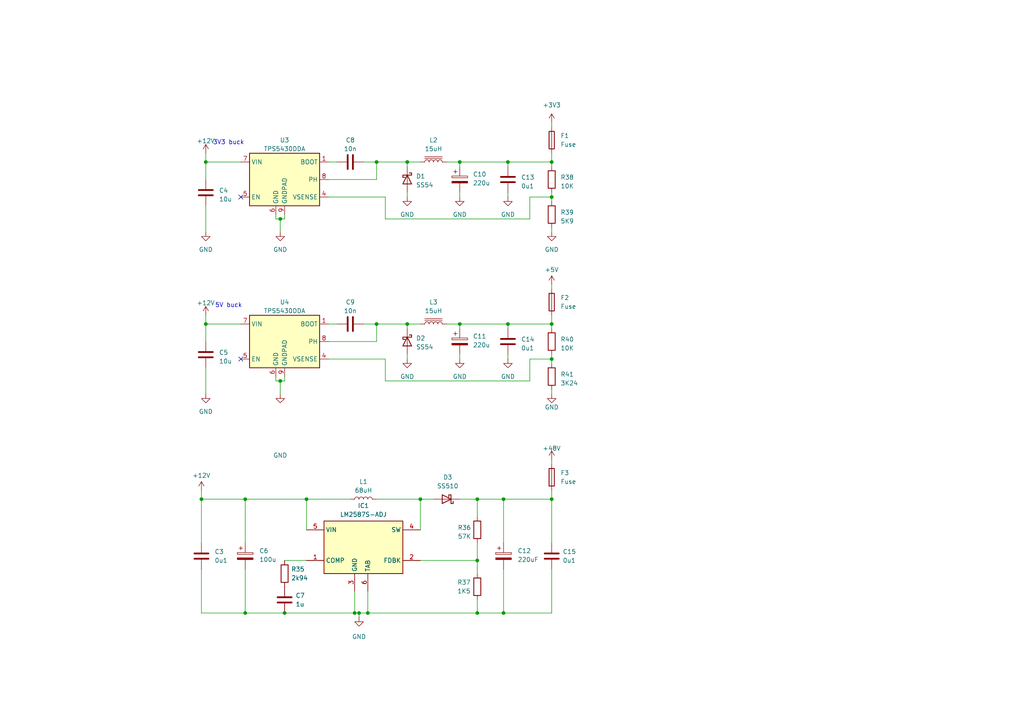
<source format=kicad_sch>
(kicad_sch (version 20231120) (generator "eeschema") (generator_version "8.0")
  (paper "A4")
  (lib_symbols
    (symbol "Device:C" (pin_numbers hide) (pin_names (offset 0.254))
      (property "Reference" "C" (at 0.635 2.54 0))
      (property "Value" "C" (at 0.635 -2.54 0))
      (symbol "C_0_1"
        (polyline (pts (xy -2.032 -0.762) (xy 2.032 -0.762)) (stroke (width 0.508)))
        (polyline (pts (xy -2.032 0.762) (xy 2.032 0.762)) (stroke (width 0.508)))
      )
      (symbol "C_1_1"
        (pin passive line (at 0 3.81 270) (length 2.794) (name "~") (number "1"))
        (pin passive line (at 0 -3.81 90) (length 2.794) (name "~") (number "2"))
      )
    )
    (symbol "Device:C_Polarized" (pin_numbers hide) (pin_names (offset 0.254))
      (property "Reference" "C" (at 0.635 2.54 0))
      (property "Value" "C_Polarized" (at 0.635 -2.54 0))
      (symbol "C_Polarized_0_1"
        (rectangle (start -2.286 0.508) (end 2.286 1.016))
        (polyline (pts (xy -1.778 2.286) (xy -0.762 2.286)))
        (polyline (pts (xy -1.27 2.794) (xy -1.27 1.778)))
        (rectangle (start 2.286 -0.508) (end -2.286 -1.016) (fill (type outline)))
      )
      (symbol "C_Polarized_1_1"
        (pin passive line (at 0 3.81 270) (length 2.794) (name "~") (number "1"))
        (pin passive line (at 0 -3.81 90) (length 2.794) (name "~") (number "2"))
      )
    )
    (symbol "Device:D_Schottky" (pin_numbers hide) (pin_names (offset 1.016) hide)
      (property "Reference" "D" (at 0 2.54 0))
      (property "Value" "D_Schottky" (at 0 -2.54 0))
      (symbol "D_Schottky_0_1"
        (polyline (pts (xy 1.27 0) (xy -1.27 0)))
        (polyline (pts (xy 1.27 1.27) (xy 1.27 -1.27) (xy -1.27 0) (xy 1.27 1.27)) (stroke (width 0.254)))
        (polyline (pts (xy -1.905 0.635) (xy -1.905 1.27) (xy -1.27 1.27) (xy -1.27 -1.27) (xy -0.635 -1.27) (xy -0.635 -0.635)) (stroke (width 0.254)))
      )
      (symbol "D_Schottky_1_1"
        (pin passive line (at -3.81 0 0) (length 2.54) (name "K") (number "1"))
        (pin passive line (at 3.81 0 180) (length 2.54) (name "A") (number "2"))
      )
    )
    (symbol "Device:Fuse" (pin_numbers hide) (pin_names (offset 0))
      (property "Reference" "F" (at 2.032 0 90))
      (property "Value" "Fuse" (at -1.905 0 90))
      (symbol "Fuse_0_1"
        (rectangle (start -0.762 -2.54) (end 0.762 2.54) (stroke (width 0.254)))
        (polyline (pts (xy 0 2.54) (xy 0 -2.54)))
      )
      (symbol "Fuse_1_1"
        (pin passive line (at 0 3.81 270) (length 1.27) (name "~") (number "1"))
        (pin passive line (at 0 -3.81 90) (length 1.27) (name "~") (number "2"))
      )
    )
    (symbol "Device:L" (pin_numbers hide) (pin_names (offset 1.016) hide)
      (property "Reference" "L" (at -1.27 0 90))
      (property "Value" "L" (at 1.905 0 90))
      (symbol "L_0_1"
        (arc (start 0 -2.54) (mid 0.6323 -1.905) (end 0 -1.27))
        (arc (start 0 -1.27) (mid 0.6323 -0.635) (end 0 0))
        (arc (start 0 0) (mid 0.6323 0.635) (end 0 1.27))
        (arc (start 0 1.27) (mid 0.6323 1.905) (end 0 2.54))
      )
      (symbol "L_1_1"
        (pin passive line (at 0 3.81 270) (length 1.27) (name "1") (number "1"))
        (pin passive line (at 0 -3.81 90) (length 1.27) (name "2") (number "2"))
      )
    )
    (symbol "Device:L_Iron" (pin_numbers hide) (pin_names (offset 1.016) hide)
      (property "Reference" "L" (at -1.27 0 90))
      (property "Value" "L_Iron" (at 2.794 0 90))
      (symbol "L_Iron_0_1"
        (arc (start 0 -2.54) (mid 0.6323 -1.905) (end 0 -1.27))
        (arc (start 0 -1.27) (mid 0.6323 -0.635) (end 0 0))
        (polyline (pts (xy 1.016 2.54) (xy 1.016 -2.54)))
        (polyline (pts (xy 1.524 -2.54) (xy 1.524 2.54)))
        (arc (start 0 0) (mid 0.6323 0.635) (end 0 1.27))
        (arc (start 0 1.27) (mid 0.6323 1.905) (end 0 2.54))
      )
      (symbol "L_Iron_1_1"
        (pin passive line (at 0 3.81 270) (length 1.27) (name "1") (number "1"))
        (pin passive line (at 0 -3.81 90) (length 1.27) (name "2") (number "2"))
      )
    )
    (symbol "Device:R" (pin_numbers hide) (pin_names (offset 0))
      (property "Reference" "R" (at 2.032 0 90))
      (property "Value" "R" (at 0 0 90))
      (symbol "R_0_1"
        (rectangle (start -1.016 -2.54) (end 1.016 2.54) (stroke (width 0.254)))
      )
      (symbol "R_1_1"
        (pin passive line (at 0 3.81 270) (length 1.27) (name "~") (number "1"))
        (pin passive line (at 0 -3.81 90) (length 1.27) (name "~") (number "2"))
      )
    )
    (symbol "Diode:B340" (pin_numbers hide) (pin_names (offset 1.016) hide)
      (property "Reference" "D" (at 0 2.54 0))
      (property "Value" "B340" (at 0 -2.54 0))
      (symbol "B340_0_1"
        (polyline (pts (xy 1.27 0) (xy -1.27 0)))
        (polyline (pts (xy 1.27 1.27) (xy 1.27 -1.27) (xy -1.27 0) (xy 1.27 1.27)) (stroke (width 0.254)))
        (polyline (pts (xy -1.905 0.635) (xy -1.905 1.27) (xy -1.27 1.27) (xy -1.27 -1.27) (xy -0.635 -1.27) (xy -0.635 -0.635)) (stroke (width 0.254)))
      )
      (symbol "B340_1_1"
        (pin passive line (at -3.81 0 0) (length 2.54) (name "K") (number "1"))
        (pin passive line (at 3.81 0 180) (length 2.54) (name "A") (number "2"))
      )
    )
    (symbol "LM2587S-ADJ_NOPB:LM2587S-ADJ_NOPB"
      (property "Reference" "IC" (at -1.27 12.7 0))
      (property "Value" "LM2587S-ADJ_NOPB" (at -10.16 10.16 0))
      (symbol "LM2587S-ADJ_NOPB_1_1"
        (rectangle (start -11.43 7.62) (end 11.43 -7.62) (stroke (width 0.254)) (fill (type background)))
        (pin passive line (at -16.51 -3.81 0) (length 5.08) (name "COMP") (number "1"))
        (pin passive line (at 16.51 -3.81 180) (length 5.08) (name "FDBK") (number "2"))
        (pin passive line (at -2.54 -12.7 90) (length 5.08) (name "GND") (number "3"))
        (pin passive line (at 16.51 5.08 180) (length 5.08) (name "SW") (number "4"))
        (pin input line (at -16.51 5.08 0) (length 5.08) (name "VIN") (number "5"))
        (pin passive line (at 1.27 -12.7 90) (length 5.08) (name "TAB") (number "6"))
      )
    )
    (symbol "Regulator_Switching:TPS5430DDA"
      (property "Reference" "U" (at -10.16 8.89 0))
      (property "Value" "TPS5430DDA" (at -1.27 8.89 0))
      (symbol "TPS5430DDA_0_1"
        (rectangle (start -10.16 7.62) (end 10.16 -7.62) (stroke (width 0.254)) (fill (type background)))
      )
      (symbol "TPS5430DDA_1_1"
        (pin input line (at 12.7 5.08 180) (length 2.54) (name "BOOT") (number "1"))
        (pin no_connect line (at -10.16 2.54 0) (length 2.54) hide (name "NC") (number "2"))
        (pin no_connect line (at -10.16 -2.54 0) (length 2.54) hide (name "NC") (number "3"))
        (pin input line (at 12.7 -5.08 180) (length 2.54) (name "VSENSE") (number "4"))
        (pin input line (at -12.7 -5.08 0) (length 2.54) (name "EN") (number "5"))
        (pin power_in line (at -2.54 -10.16 90) (length 2.54) (name "GND") (number "6"))
        (pin power_in line (at -12.7 5.08 0) (length 2.54) (name "VIN") (number "7"))
        (pin output line (at 12.7 0 180) (length 2.54) (name "PH") (number "8"))
        (pin power_in line (at 0 -10.16 90) (length 2.54) (name "GNDPAD") (number "9"))
      )
    )
    (symbol "power:+12V" (power) (pin_names (offset 0))
      (property "Value" "+12V" (at 0 3.556 0))
      (symbol "+12V_0_1"
        (polyline (pts (xy -0.762 1.27) (xy 0 2.54)))
        (polyline (pts (xy 0 0) (xy 0 2.54)))
        (polyline (pts (xy 0 2.54) (xy 0.762 1.27)))
      )
      (symbol "+12V_1_1"
        (pin power_in line (at 0 0 90) (length 0) hide (name "+12V") (number "1"))
      )
    )
    (symbol "power:+3V3" (power) (pin_numbers hide) (pin_names (offset 0) hide)
      (property "Value" "+3V3" (at 0 3.556 0))
      (symbol "+3V3_0_1"
        (polyline (pts (xy -0.762 1.27) (xy 0 2.54)))
        (polyline (pts (xy 0 0) (xy 0 2.54)))
        (polyline (pts (xy 0 2.54) (xy 0.762 1.27)))
      )
      (symbol "+3V3_1_1"
        (pin power_in line (at 0 0 90) (length 0) (name "~") (number "1"))
      )
    )
    (symbol "power:+48V" (power) (pin_names (offset 0))
      (property "Value" "+48V" (at 0 3.556 0))
      (symbol "+48V_0_1"
        (polyline (pts (xy -0.762 1.27) (xy 0 2.54)))
        (polyline (pts (xy 0 0) (xy 0 2.54)))
        (polyline (pts (xy 0 2.54) (xy 0.762 1.27)))
      )
      (symbol "+48V_1_1"
        (pin power_in line (at 0 0 90) (length 0) hide (name "+48V") (number "1"))
      )
    )
    (symbol "power:+5V" (power) (pin_numbers hide) (pin_names (offset 0) hide)
      (property "Value" "+5V" (at 0 3.556 0))
      (symbol "+5V_0_1"
        (polyline (pts (xy -0.762 1.27) (xy 0 2.54)))
        (polyline (pts (xy 0 0) (xy 0 2.54)))
        (polyline (pts (xy 0 2.54) (xy 0.762 1.27)))
      )
      (symbol "+5V_1_1"
        (pin power_in line (at 0 0 90) (length 0) (name "~") (number "1"))
      )
    )
    (symbol "power:GND" (power) (pin_numbers hide) (pin_names (offset 0) hide)
      (property "Value" "GND" (at 0 -3.81 0))
      (symbol "GND_0_1"
        (polyline (pts (xy 0 0) (xy 0 -1.27) (xy 1.27 -1.27) (xy 0 -2.54) (xy -1.27 -1.27) (xy 0 -1.27)))
      )
      (symbol "GND_1_1"
        (pin power_in line (at 0 0 270) (length 0) (name "~") (number "1"))
      )
    )
  )
  (junction (at 160.02 104.14))
  (junction (at 102.87 177.8))
  (junction (at 160.02 144.78))
  (junction (at 58.42 144.78))
  (junction (at 81.28 63.5))
  (junction (at 109.22 93.98))
  (junction (at 71.12 177.8))
  (junction (at 133.35 46.99))
  (junction (at 118.11 93.98))
  (junction (at 106.68 177.8))
  (junction (at 71.12 144.78))
  (junction (at 138.43 144.78))
  (junction (at 133.35 93.98))
  (junction (at 160.02 93.98))
  (junction (at 88.9 144.78))
  (junction (at 104.14 177.8))
  (junction (at 118.11 46.99))
  (junction (at 160.02 57.15))
  (junction (at 59.69 93.98))
  (junction (at 59.69 46.99))
  (junction (at 82.55 177.8))
  (junction (at 160.02 46.99))
  (junction (at 147.32 93.98))
  (junction (at 138.43 177.8))
  (junction (at 109.22 46.99))
  (junction (at 146.05 144.78))
  (junction (at 81.28 110.49))
  (junction (at 146.05 177.8))
  (junction (at 121.92 144.78))
  (junction (at 138.43 162.56))
  (junction (at 147.32 46.99))
  (no_connect (at 69.85 57.15))
  (no_connect (at 69.85 104.14))
  (wire (pts (xy 80.01 62.23) (xy 80.01 63.5)))
  (wire (pts (xy 160.02 102.87) (xy 160.02 104.14)))
  (wire (pts (xy 71.12 144.78) (xy 71.12 157.48)))
  (wire (pts (xy 153.67 63.5) (xy 153.67 57.15)))
  (wire (pts (xy 153.67 57.15) (xy 160.02 57.15)))
  (wire (pts (xy 118.11 93.98) (xy 121.92 93.98)))
  (wire (pts (xy 129.54 93.98) (xy 133.35 93.98)))
  (wire (pts (xy 147.32 93.98) (xy 147.32 95.25)))
  (wire (pts (xy 160.02 144.78) (xy 160.02 157.48)))
  (wire (pts (xy 133.35 46.99) (xy 133.35 48.26)))
  (wire (pts (xy 106.68 177.8) (xy 104.14 177.8)))
  (wire (pts (xy 147.32 55.88) (xy 147.32 57.15)))
  (wire (pts (xy 133.35 93.98) (xy 133.35 95.25)))
  (wire (pts (xy 146.05 177.8) (xy 146.05 165.1)))
  (wire (pts (xy 59.69 46.99) (xy 69.85 46.99)))
  (wire (pts (xy 58.42 144.78) (xy 71.12 144.78)))
  (wire (pts (xy 160.02 91.44) (xy 160.02 93.98)))
  (wire (pts (xy 59.69 93.98) (xy 59.69 91.44)))
  (wire (pts (xy 109.22 93.98) (xy 118.11 93.98)))
  (wire (pts (xy 59.69 93.98) (xy 59.69 99.06)))
  (wire (pts (xy 82.55 63.5) (xy 81.28 63.5)))
  (wire (pts (xy 88.9 153.67) (xy 88.9 144.78)))
  (wire (pts (xy 147.32 102.87) (xy 147.32 104.14)))
  (wire (pts (xy 106.68 177.8) (xy 138.43 177.8)))
  (wire (pts (xy 138.43 173.99) (xy 138.43 177.8)))
  (wire (pts (xy 118.11 93.98) (xy 118.11 95.25)))
  (wire (pts (xy 82.55 62.23) (xy 82.55 63.5)))
  (wire (pts (xy 59.69 46.99) (xy 59.69 44.45)))
  (wire (pts (xy 95.25 99.06) (xy 109.22 99.06)))
  (wire (pts (xy 71.12 177.8) (xy 71.12 165.1)))
  (wire (pts (xy 111.76 63.5) (xy 153.67 63.5)))
  (wire (pts (xy 147.32 46.99) (xy 147.32 48.26)))
  (wire (pts (xy 109.22 99.06) (xy 109.22 93.98)))
  (wire (pts (xy 82.55 109.22) (xy 82.55 110.49)))
  (wire (pts (xy 58.42 144.78) (xy 58.42 157.48)))
  (wire (pts (xy 146.05 144.78) (xy 146.05 157.48)))
  (wire (pts (xy 138.43 177.8) (xy 146.05 177.8)))
  (wire (pts (xy 133.35 102.87) (xy 133.35 104.14)))
  (wire (pts (xy 104.14 177.8) (xy 102.87 177.8)))
  (wire (pts (xy 160.02 113.03) (xy 160.02 114.3)))
  (wire (pts (xy 133.35 93.98) (xy 147.32 93.98)))
  (wire (pts (xy 160.02 44.45) (xy 160.02 46.99)))
  (wire (pts (xy 111.76 57.15) (xy 111.76 63.5)))
  (wire (pts (xy 80.01 63.5) (xy 81.28 63.5)))
  (wire (pts (xy 160.02 35.56) (xy 160.02 36.83)))
  (wire (pts (xy 105.41 93.98) (xy 109.22 93.98)))
  (wire (pts (xy 80.01 110.49) (xy 81.28 110.49)))
  (wire (pts (xy 102.87 177.8) (xy 82.55 177.8)))
  (wire (pts (xy 81.28 114.3) (xy 81.28 110.49)))
  (wire (pts (xy 58.42 142.24) (xy 58.42 144.78)))
  (wire (pts (xy 95.25 52.07) (xy 109.22 52.07)))
  (wire (pts (xy 160.02 46.99) (xy 160.02 48.26)))
  (wire (pts (xy 138.43 157.48) (xy 138.43 162.56)))
  (wire (pts (xy 88.9 144.78) (xy 101.6 144.78)))
  (wire (pts (xy 147.32 93.98) (xy 160.02 93.98)))
  (wire (pts (xy 146.05 144.78) (xy 160.02 144.78)))
  (wire (pts (xy 109.22 46.99) (xy 118.11 46.99)))
  (wire (pts (xy 121.92 144.78) (xy 125.73 144.78)))
  (wire (pts (xy 59.69 46.99) (xy 59.69 52.07)))
  (wire (pts (xy 88.9 144.78) (xy 71.12 144.78)))
  (wire (pts (xy 58.42 177.8) (xy 71.12 177.8)))
  (wire (pts (xy 118.11 46.99) (xy 118.11 48.26)))
  (wire (pts (xy 153.67 104.14) (xy 160.02 104.14)))
  (wire (pts (xy 118.11 46.99) (xy 121.92 46.99)))
  (wire (pts (xy 160.02 66.04) (xy 160.02 67.31)))
  (wire (pts (xy 146.05 177.8) (xy 160.02 177.8)))
  (wire (pts (xy 88.9 162.56) (xy 82.55 162.56)))
  (wire (pts (xy 104.14 179.07) (xy 104.14 177.8)))
  (wire (pts (xy 109.22 52.07) (xy 109.22 46.99)))
  (wire (pts (xy 160.02 177.8) (xy 160.02 165.1)))
  (wire (pts (xy 58.42 165.1) (xy 58.42 177.8)))
  (wire (pts (xy 105.41 46.99) (xy 109.22 46.99)))
  (wire (pts (xy 160.02 93.98) (xy 160.02 95.25)))
  (wire (pts (xy 111.76 104.14) (xy 111.76 110.49)))
  (wire (pts (xy 133.35 55.88) (xy 133.35 57.15)))
  (wire (pts (xy 160.02 104.14) (xy 160.02 105.41)))
  (wire (pts (xy 160.02 57.15) (xy 160.02 58.42)))
  (wire (pts (xy 95.25 57.15) (xy 111.76 57.15)))
  (wire (pts (xy 59.69 59.69) (xy 59.69 67.31)))
  (wire (pts (xy 95.25 46.99) (xy 97.79 46.99)))
  (wire (pts (xy 147.32 46.99) (xy 160.02 46.99)))
  (wire (pts (xy 111.76 110.49) (xy 153.67 110.49)))
  (wire (pts (xy 118.11 55.88) (xy 118.11 57.15)))
  (wire (pts (xy 82.55 177.8) (xy 71.12 177.8)))
  (wire (pts (xy 95.25 104.14) (xy 111.76 104.14)))
  (wire (pts (xy 109.22 144.78) (xy 121.92 144.78)))
  (wire (pts (xy 138.43 144.78) (xy 138.43 149.86)))
  (wire (pts (xy 160.02 133.35) (xy 160.02 134.62)))
  (wire (pts (xy 81.28 67.31) (xy 81.28 63.5)))
  (wire (pts (xy 118.11 102.87) (xy 118.11 104.14)))
  (wire (pts (xy 160.02 82.55) (xy 160.02 83.82)))
  (wire (pts (xy 80.01 109.22) (xy 80.01 110.49)))
  (wire (pts (xy 59.69 106.68) (xy 59.69 114.3)))
  (wire (pts (xy 138.43 144.78) (xy 146.05 144.78)))
  (wire (pts (xy 106.68 171.45) (xy 106.68 177.8)))
  (wire (pts (xy 153.67 110.49) (xy 153.67 104.14)))
  (wire (pts (xy 138.43 162.56) (xy 138.43 166.37)))
  (wire (pts (xy 133.35 144.78) (xy 138.43 144.78)))
  (wire (pts (xy 160.02 142.24) (xy 160.02 144.78)))
  (wire (pts (xy 102.87 171.45) (xy 102.87 177.8)))
  (wire (pts (xy 59.69 93.98) (xy 69.85 93.98)))
  (wire (pts (xy 95.25 93.98) (xy 97.79 93.98)))
  (wire (pts (xy 133.35 46.99) (xy 147.32 46.99)))
  (wire (pts (xy 129.54 46.99) (xy 133.35 46.99)))
  (wire (pts (xy 121.92 162.56) (xy 138.43 162.56)))
  (wire (pts (xy 82.55 110.49) (xy 81.28 110.49)))
  (wire (pts (xy 160.02 55.88) (xy 160.02 57.15)))
  (wire (pts (xy 121.92 144.78) (xy 121.92 153.67)))
  (text "3V3 buck\n" (at 66.294 41.402 0) (effects (font (size 1.27 1.27))))
  (text "5V buck\n" (at 66.294 88.646 0) (effects (font (size 1.27 1.27))))
  (symbol (lib_id "Device:C") (at 59.69 55.88 0) (unit 1)
    (property "Reference" "C4" (at 63.5 55.245 0) (effects (justify left)))
    (property "Value" "10u" (at 63.5 57.785 0) (effects (justify left)))
    (property "Footprint" "2024l2:cap0603" (effects (hide yes)))
    (property "LCSC" "C92487" (effects (hide yes)))
  )
  (symbol (lib_id "power:+12V") (at 59.69 91.44 0) (unit 1)
    (property "Reference" "#PWR018" (effects (hide yes)))
    (property "Value" "+12V" (at 59.69 87.8685 0))
  )
  (symbol (lib_id "Device:R") (at 160.02 62.23 0) (unit 1)
    (property "Reference" "R39" (at 162.56 61.595 0) (effects (justify left)))
    (property "Value" "5K9" (at 162.56 64.135 0) (effects (justify left)))
    (property "Footprint" "2025:res0603" (effects (hide yes)))
    (property "LCSC" "C23071" (effects (hide yes)))
  )
  (symbol (lib_id "Device:C") (at 160.02 161.29 0) (unit 1)
    (property "Reference" "C15" (at 163.195 160.0199 0) (effects (justify left)))
    (property "Value" "0u1" (at 163.195 162.5599 0) (effects (justify left)))
    (property "Footprint" "2024l2:cap0603" (effects (hide yes)))
    (property "LCSC" "C3011705" (effects (hide yes)))
  )
  (symbol (lib_id "Device:C_Polarized") (at 133.35 99.06 0) (unit 1)
    (property "Reference" "C11" (at 137.16 97.536 0) (effects (justify left)))
    (property "Value" "220u" (at 137.16 100.076 0) (effects (justify left)))
    (property "Footprint" "2024l2:EIA-7343-D" (effects (hide yes)))
    (property "LCSC" "C5348248" (effects (hide yes)))
  )
  (symbol (lib_id "Regulator_Switching:TPS5430DDA") (at 82.55 99.06 0) (unit 1)
    (property "Reference" "U4" (at 82.55 87.63 0))
    (property "Value" "TPS5430DDA" (at 82.55 90.17 0))
    (property "Footprint" "2025:TI_SO-PowerPAD-8" (effects (hide yes)))
    (property "Datasheet" "http://www.ti.com/lit/ds/symlink/tps5430.pdf" (effects (hide yes)))
    (property "LCSC" "C9864" (effects (hide yes)))
  )
  (symbol (lib_id "Regulator_Switching:TPS5430DDA") (at 82.55 52.07 0) (unit 1)
    (property "Reference" "U3" (at 82.55 40.64 0))
    (property "Value" "TPS5430DDA" (at 82.55 43.18 0))
    (property "Footprint" "2025:TI_SO-PowerPAD-8" (effects (hide yes)))
    (property "Datasheet" "http://www.ti.com/lit/ds/symlink/tps5430.pdf" (effects (hide yes)))
    (property "LCSC" "C9864" (effects (hide yes)))
  )
  (symbol (lib_id "power:GND") (at 81.28 67.31 0) (unit 1)
    (property "Reference" "#PWR020" (effects (hide yes)))
    (property "Value" "GND" (at 81.28 72.39 0))
  )
  (symbol (lib_id "power:GND") (at 59.69 67.31 0) (unit 1)
    (property "Reference" "#PWR017" (effects (hide yes)))
    (property "Value" "GND" (at 59.69 72.39 0))
  )
  (symbol (lib_id "LM2587S-ADJ_NOPB:LM2587S-ADJ_NOPB") (at 105.41 158.75 0) (unit 1)
    (property "Reference" "IC1" (at 105.41 146.685 0))
    (property "Value" "LM2587S-ADJ" (at 105.41 149.225 0))
    (property "Footprint" "2025:TO170P1435X465-6N" (effects (hide yes)))
    (property "Datasheet" "http://www.ti.com/lit/ds/symlink/lm2587.pdf" (effects (hide yes)))
    (property "LCSC" "C1355343" (effects (hide yes)))
    (property "Height" "4.65" (effects (hide yes)))
    (property "Manufacturer_Name" "Texas Instruments" (effects (hide yes)))
    (property "Manufacturer_Part_Number" "LM2587S-ADJ/NOPB" (effects (hide yes)))
    (property "Mouser Part Number" "926-LM2587S-ADJ/NOPB" (effects (hide yes)))
    (property "Mouser Price/Stock" "https://www.mouser.co.uk/ProductDetail/Texas-Instruments/LM2587S-ADJ-NOPB?qs=X1J7HmVL2ZEPViE%252BXoggZw%3D%3D" (effects (hide yes)))
    (property "Arrow Part Number" "LM2587S-ADJ/NOPB" (effects (hide yes)))
    (property "Arrow Price/Stock" "https://www.arrow.com/en/products/lm2587s-adjnopb/texas-instruments?region=nac" (effects (hide yes)))
  )
  (symbol (lib_id "Device:R") (at 160.02 52.07 0) (unit 1)
    (property "Reference" "R38" (at 162.56 51.435 0) (effects (justify left)))
    (property "Value" "10K" (at 162.56 53.975 0) (effects (justify left)))
    (property "Footprint" "2025:res0603" (effects (hide yes)))
    (property "LCSC" "C25804" (effects (hide yes)))
  )
  (symbol (lib_id "power:GND") (at 118.11 104.14 0) (unit 1)
    (property "Reference" "#PWR024" (effects (hide yes)))
    (property "Value" "GND" (at 118.11 109.22 0))
  )
  (symbol (lib_id "power:+3V3") (at 160.02 35.56 0) (unit 1)
    (property "Reference" "#PWR029" (effects (hide yes)))
    (property "Value" "+3V3" (at 160.02 30.48 0))
  )
  (symbol (lib_id "power:GND") (at 147.32 57.15 0) (unit 1)
    (property "Reference" "#PWR027" (effects (hide yes)))
    (property "Value" "GND" (at 147.32 62.23 0))
  )
  (symbol (lib_id "power:GND") (at 118.11 57.15 0) (unit 1)
    (property "Reference" "#PWR023" (effects (hide yes)))
    (property "Value" "GND" (at 118.11 62.23 0))
  )
  (symbol (lib_id "Diode:B340") (at 118.11 52.07 270) (unit 1)
    (property "Reference" "D1" (at 120.65 51.1175 90) (effects (justify left)))
    (property "Value" "SS54" (at 120.65 53.6575 90) (effects (justify left)))
    (property "Footprint" "2024l2:SMA (DO-214AC)" (effects (hide yes)))
    (property "Datasheet" "http://www.jameco.com/Jameco/Products/ProdDS/1538777.pdf" (effects (hide yes)))
    (property "LCSC" "C6807781" (effects (hide yes)))
  )
  (symbol (lib_id "power:GND") (at 160.02 114.3 0) (unit 1)
    (property "Reference" "#PWR032" (effects (hide yes)))
    (property "Value" "GND" (at 160.02 118.11 0))
  )
  (symbol (lib_id "power:+12V") (at 59.69 44.45 0) (unit 1)
    (property "Reference" "#PWR016" (effects (hide yes)))
    (property "Value" "+12V" (at 59.69 40.8785 0))
  )
  (symbol (lib_id "power:GND") (at 147.32 104.14 0) (unit 1)
    (property "Reference" "#PWR028" (effects (hide yes)))
    (property "Value" "GND" (at 147.32 109.22 0))
  )
  (symbol (lib_id "Device:Fuse") (at 160.02 138.43 0) (unit 1)
    (property "Reference" "F3" (at 162.56 137.1599 0) (effects (justify left)))
    (property "Value" "Fuse" (at 162.56 139.6999 0) (effects (justify left)))
    (property "Description" "Fuse" (effects (hide yes)))
  )
  (symbol (lib_id "Device:C") (at 82.55 173.99 0) (unit 1)
    (property "Reference" "C7" (at 85.725 172.7199 0) (effects (justify left)))
    (property "Value" "1u" (at 85.725 175.2599 0) (effects (justify left)))
    (property "Footprint" "2024l2:cap0603" (effects (hide yes)))
    (property "LCSC" "C59782" (effects (hide yes)))
  )
  (symbol (lib_id "Device:C_Polarized") (at 146.05 161.29 0) (unit 1)
    (property "Reference" "C12" (at 150.114 159.766 0) (effects (justify left)))
    (property "Value" "220uF" (at 150.114 162.306 0) (effects (justify left)))
    (property "Footprint" "Capacitor_SMD:CP_Elec_10x10.5" (effects (hide yes)))
    (property "LCSC" "C249586" (effects (hide yes)))
  )
  (symbol (lib_id "power:+5V") (at 160.02 82.55 0) (unit 1)
    (property "Reference" "#PWR031" (effects (hide yes)))
    (property "Value" "+5V" (at 160.02 78.232 0))
  )
  (symbol (lib_id "Device:R") (at 160.02 99.06 0) (unit 1)
    (property "Reference" "R40" (at 162.56 98.425 0) (effects (justify left)))
    (property "Value" "10K" (at 162.56 100.965 0) (effects (justify left)))
    (property "Footprint" "2025:res0603" (effects (hide yes)))
    (property "LCSC" "C25804" (effects (hide yes)))
  )
  (symbol (lib_id "Device:C_Polarized") (at 133.35 52.07 0) (unit 1)
    (property "Reference" "C10" (at 137.16 50.546 0) (effects (justify left)))
    (property "Value" "220u" (at 137.16 53.086 0) (effects (justify left)))
    (property "Footprint" "2024l2:EIA-7343-D" (effects (hide yes)))
    (property "LCSC" "C5348248" (effects (hide yes)))
  )
  (symbol (lib_id "Device:C") (at 58.42 161.29 0) (unit 1)
    (property "Reference" "C3" (at 62.23 160.02 0) (effects (justify left)))
    (property "Value" "0u1" (at 62.23 162.56 0) (effects (justify left)))
    (property "Footprint" "2024l2:cap0603" (effects (hide yes)))
    (property "LCSC" "C3011705" (effects (hide yes)))
  )
  (symbol (lib_id "Device:C") (at 101.6 46.99 90) (unit 1)
    (property "Reference" "C8" (at 101.6 40.64 90))
    (property "Value" "10n" (at 101.6 43.18 90))
    (property "Footprint" "2024l2:cap0603" (effects (hide yes)))
    (property "LCSC" "C597236" (effects (hide yes)))
  )
  (symbol (lib_id "Diode:B340") (at 118.11 99.06 270) (unit 1)
    (property "Reference" "D2" (at 120.65 98.1075 90) (effects (justify left)))
    (property "Value" "SS54" (at 120.65 100.6475 90) (effects (justify left)))
    (property "Footprint" "2024l2:SMA (DO-214AC)" (effects (hide yes)))
    (property "Datasheet" "http://www.jameco.com/Jameco/Products/ProdDS/1538777.pdf" (effects (hide yes)))
    (property "LCSC" "C6807781" (effects (hide yes)))
  )
  (symbol (lib_id "Device:C") (at 147.32 99.06 0) (unit 1)
    (property "Reference" "C14" (at 151.13 98.425 0) (effects (justify left)))
    (property "Value" "0u1" (at 151.13 100.965 0) (effects (justify left)))
    (property "Footprint" "2024l2:cap0603" (effects (hide yes)))
    (property "LCSC" "C577419" (effects (hide yes)))
  )
  (symbol (lib_id "Device:C_Polarized") (at 71.12 161.29 0) (unit 1)
    (property "Reference" "C6" (at 75.184 159.766 0) (effects (justify left)))
    (property "Value" "100u" (at 75.184 162.306 0) (effects (justify left)))
    (property "Footprint" "Capacitor_SMD:CP_Elec_8x6.5" (effects (hide yes)))
    (property "LCSC" "C249586" (effects (hide yes)))
  )
  (symbol (lib_id "Device:C") (at 101.6 93.98 90) (unit 1)
    (property "Reference" "C9" (at 101.6 87.63 90))
    (property "Value" "10n" (at 101.6 90.17 90))
    (property "Footprint" "2024l2:cap0603" (effects (hide yes)))
    (property "LCSC" "C597236" (effects (hide yes)))
  )
  (symbol (lib_id "power:+48V") (at 160.02 133.35 0) (unit 1)
    (property "Reference" "#PWR034" (effects (hide yes)))
    (property "Value" "+48V" (at 160.02 130.048 0))
  )
  (symbol (lib_id "power:GND") (at 104.14 179.07 0) (unit 1)
    (property "Reference" "#PWR022" (effects (hide yes)))
    (property "Value" "GND" (at 104.14 184.658 0))
  )
  (symbol (lib_id "Device:C") (at 59.69 102.87 0) (unit 1)
    (property "Reference" "C5" (at 63.5 102.235 0) (effects (justify left)))
    (property "Value" "10u" (at 63.5 104.775 0) (effects (justify left)))
    (property "Footprint" "2024l2:cap0603" (effects (hide yes)))
    (property "LCSC" "C92487" (effects (hide yes)))
  )
  (symbol (lib_id "Device:R") (at 82.55 166.37 0) (unit 1)
    (property "Reference" "R35" (at 84.455 165.0999 0) (effects (justify left)))
    (property "Value" "2k94" (at 84.455 167.6399 0) (effects (justify left)))
    (property "Footprint" "2025:res0603" (effects (hide yes)))
    (property "LCSC" "C137748" (effects (hide yes)))
  )
  (symbol (lib_id "power:GND") (at 59.69 114.3 0) (unit 1)
    (property "Reference" "#PWR019" (effects (hide yes)))
    (property "Value" "GND" (at 59.69 119.38 0))
  )
  (symbol (lib_id "Device:R") (at 160.02 109.22 0) (unit 1)
    (property "Reference" "R41" (at 162.56 108.585 0) (effects (justify left)))
    (property "Value" "3K24" (at 162.56 111.125 0) (effects (justify left)))
    (property "Footprint" "2025:res0603" (effects (hide yes)))
    (property "LCSC" "C22994" (effects (hide yes)))
  )
  (symbol (lib_id "Device:L_Iron") (at 125.73 46.99 90) (unit 1)
    (property "Reference" "L2" (at 125.73 40.64 90))
    (property "Value" "15uH" (at 125.73 43.18 90))
    (property "Footprint" "2025:0630 One Piece Inductor" (effects (hide yes)))
    (property "LCSC" "C5189959" (effects (hide yes)))
  )
  (symbol (lib_id "Device:L_Iron") (at 125.73 93.98 90) (unit 1)
    (property "Reference" "L3" (at 125.73 87.63 90))
    (property "Value" "15uH" (at 125.73 90.17 90))
    (property "Footprint" "2025:0630 One Piece Inductor" (effects (hide yes)))
    (property "LCSC" "C5189959" (effects (hide yes)))
  )
  (symbol (lib_id "Device:Fuse") (at 160.02 40.64 0) (unit 1)
    (property "Reference" "F1" (at 162.56 39.3699 0) (effects (justify left)))
    (property "Value" "Fuse" (at 162.56 41.9099 0) (effects (justify left)))
    (property "Description" "Fuse" (effects (hide yes)))
  )
  (symbol (lib_id "power:GND") (at 160.02 67.31 0) (unit 1)
    (property "Reference" "#PWR030" (effects (hide yes)))
    (property "Value" "GND" (at 160.02 72.39 0))
  )
  (symbol (lib_id "Device:Fuse") (at 160.02 87.63 0) (unit 1)
    (property "Reference" "F2" (at 162.56 86.3599 0) (effects (justify left)))
    (property "Value" "Fuse" (at 162.56 88.8999 0) (effects (justify left)))
    (property "Description" "Fuse" (effects (hide yes)))
  )
  (symbol (lib_id "Device:R") (at 138.43 170.18 0) (mirror y) (unit 1)
    (property "Reference" "R37" (at 136.525 168.9099 0) (effects (justify left)))
    (property "Value" "1K5" (at 136.525 171.4499 0) (effects (justify left)))
    (property "Footprint" "2025:res0603" (effects (hide yes)))
    (property "LCSC" "C22843" (effects (hide yes)))
  )
  (symbol (lib_id "Device:C") (at 147.32 52.07 0) (unit 1)
    (property "Reference" "C13" (at 151.13 51.435 0) (effects (justify left)))
    (property "Value" "0u1" (at 151.13 53.975 0) (effects (justify left)))
    (property "Footprint" "2024l2:cap0603" (effects (hide yes)))
    (property "LCSC" "C577419" (effects (hide yes)))
  )
  (symbol (lib_id "power:GND") (at 81.28 114.3 0) (unit 1)
    (property "Reference" "#PWR021" (effects (hide yes)))
    (property "Value" "GND" (at 81.28 132.08 0))
  )
  (symbol (lib_id "Device:R") (at 138.43 153.67 0) (mirror y) (unit 1)
    (property "Reference" "R36" (at 136.652 153.035 0) (effects (justify left)))
    (property "Value" "57K" (at 136.652 155.575 0) (effects (justify left)))
    (property "Footprint" "2025:res0603" (effects (hide yes)))
    (property "LCSC" "C23082" (effects (hide yes)))
  )
  (symbol (lib_id "power:GND") (at 133.35 57.15 0) (unit 1)
    (property "Reference" "#PWR025" (effects (hide yes)))
    (property "Value" "GND" (at 133.35 62.23 0))
  )
  (symbol (lib_id "power:GND") (at 133.35 104.14 0) (unit 1)
    (property "Reference" "#PWR026" (effects (hide yes)))
    (property "Value" "GND" (at 133.35 109.22 0))
  )
  (symbol (lib_id "Device:L") (at 105.41 144.78 90) (unit 1)
    (property "Reference" "L1" (at 105.41 139.7 90))
    (property "Value" "68uH" (at 105.41 142.24 90))
    (property "Footprint" "2025:1040 One Piece Inductor" (effects (hide yes)))
    (property "LCSC" "C2875750" (effects (hide yes)))
  )
  (symbol (lib_id "Device:D_Schottky") (at 129.54 144.78 180) (unit 1)
    (property "Reference" "D3" (at 129.8575 138.43 0))
    (property "Value" "SS510" (at 129.8575 140.97 0))
    (property "Footprint" "2024l2:SMA (DO-214AC)" (effects (hide yes)))
    (property "LCSC" "C908682" (effects (hide yes)))
  )
  (symbol (lib_id "power:+12V") (at 58.42 142.24 0) (unit 1)
    (property "Reference" "#PWR015" (effects (hide yes)))
    (property "Value" "+12V" (at 58.42 137.922 0))
  )
)
</source>
